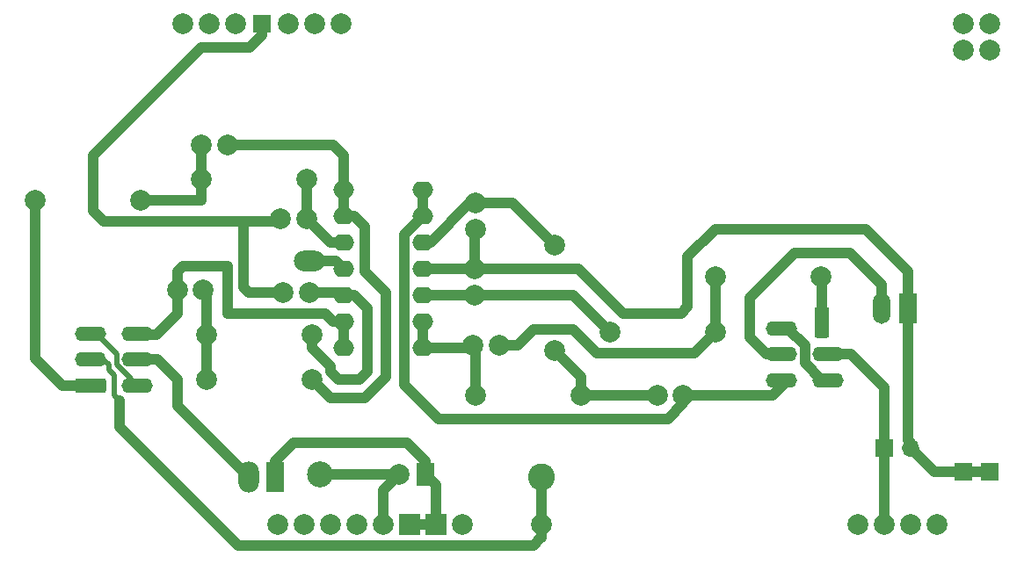
<source format=gbl>
%TF.GenerationSoftware,KiCad,Pcbnew,8.0.0-8.0.0-1~ubuntu22.04.1*%
%TF.CreationDate,2024-03-21T12:21:15-03:00*%
%TF.ProjectId,shield_filtro_v2,73686965-6c64-45f6-9669-6c74726f5f76,rev?*%
%TF.SameCoordinates,Original*%
%TF.FileFunction,Copper,L2,Bot*%
%TF.FilePolarity,Positive*%
%FSLAX46Y46*%
G04 Gerber Fmt 4.6, Leading zero omitted, Abs format (unit mm)*
G04 Created by KiCad (PCBNEW 8.0.0-8.0.0-1~ubuntu22.04.1) date 2024-03-21 12:21:15*
%MOMM*%
%LPD*%
G01*
G04 APERTURE LIST*
G04 Aperture macros list*
%AMRoundRect*
0 Rectangle with rounded corners*
0 $1 Rounding radius*
0 $2 $3 $4 $5 $6 $7 $8 $9 X,Y pos of 4 corners*
0 Add a 4 corners polygon primitive as box body*
4,1,4,$2,$3,$4,$5,$6,$7,$8,$9,$2,$3,0*
0 Add four circle primitives for the rounded corners*
1,1,$1+$1,$2,$3*
1,1,$1+$1,$4,$5*
1,1,$1+$1,$6,$7*
1,1,$1+$1,$8,$9*
0 Add four rect primitives between the rounded corners*
20,1,$1+$1,$2,$3,$4,$5,0*
20,1,$1+$1,$4,$5,$6,$7,0*
20,1,$1+$1,$6,$7,$8,$9,0*
20,1,$1+$1,$8,$9,$2,$3,0*%
G04 Aperture macros list end*
%TA.AperFunction,ComponentPad*%
%ADD10C,2.000000*%
%TD*%
%TA.AperFunction,ComponentPad*%
%ADD11R,2.000000X2.000000*%
%TD*%
%TA.AperFunction,ComponentPad*%
%ADD12RoundRect,0.250000X1.250000X-0.450000X1.250000X0.450000X-1.250000X0.450000X-1.250000X-0.450000X0*%
%TD*%
%TA.AperFunction,ComponentPad*%
%ADD13O,3.000000X1.400000*%
%TD*%
%TA.AperFunction,ComponentPad*%
%ADD14R,1.700000X3.000000*%
%TD*%
%TA.AperFunction,ComponentPad*%
%ADD15O,1.700000X3.000000*%
%TD*%
%TA.AperFunction,ComponentPad*%
%ADD16RoundRect,0.250000X-0.450000X1.250000X-0.450000X-1.250000X0.450000X-1.250000X0.450000X1.250000X0*%
%TD*%
%TA.AperFunction,ComponentPad*%
%ADD17R,1.700000X2.200000*%
%TD*%
%TA.AperFunction,ComponentPad*%
%ADD18R,1.700000X1.700000*%
%TD*%
%TA.AperFunction,ComponentPad*%
%ADD19O,1.700000X1.700000*%
%TD*%
%TA.AperFunction,ComponentPad*%
%ADD20C,2.600000*%
%TD*%
%TA.AperFunction,ComponentPad*%
%ADD21O,2.000000X3.000000*%
%TD*%
%TA.AperFunction,ComponentPad*%
%ADD22C,2.500000*%
%TD*%
%TA.AperFunction,ComponentPad*%
%ADD23R,1.727200X1.727200*%
%TD*%
%TA.AperFunction,ComponentPad*%
%ADD24O,3.000000X2.000000*%
%TD*%
%TA.AperFunction,ComponentPad*%
%ADD25O,2.000000X1.600000*%
%TD*%
%TA.AperFunction,Conductor*%
%ADD26C,0.500000*%
%TD*%
%TA.AperFunction,Conductor*%
%ADD27C,1.000000*%
%TD*%
G04 APERTURE END LIST*
D10*
%TO.P,,*%
%TO.N,*%
X194310000Y-64008000D03*
%TD*%
%TO.P,,*%
%TO.N,*%
X126746000Y-61468000D03*
%TD*%
D11*
%TO.P,,GND1,GND*%
%TO.N,GND*%
X140970000Y-109728000D03*
%TD*%
D12*
%TO.P,SW1,1,A*%
%TO.N,Net-(SW1A-A)*%
X107699500Y-96346500D03*
D13*
%TO.P,SW1,2,B*%
%TO.N,/A1*%
X107699500Y-93846500D03*
%TO.P,SW1,3,C*%
%TO.N,Net-(SW1A-C)*%
X107699500Y-91346500D03*
%TO.P,SW1,4,A*%
%TO.N,Net-(SW1B-A)*%
X112199500Y-91346500D03*
%TO.P,SW1,5,B*%
%TO.N,Net-(A1Filt1-Pin_2)*%
X112199500Y-93846500D03*
%TO.P,SW1,6,C*%
%TO.N,Net-(SW1A-C)*%
X112199500Y-96346500D03*
%TD*%
D10*
%TO.P,,*%
%TO.N,*%
X186690000Y-109728000D03*
%TD*%
%TO.P,C8,1*%
%TO.N,Net-(C8-Pad1)*%
X162326000Y-97282000D03*
%TO.P,C8,2*%
%TO.N,Net-(SW2B-A)*%
X164826000Y-97282000D03*
%TD*%
%TO.P,R6,1*%
%TO.N,Net-(U1C--)*%
X144780000Y-97282000D03*
%TO.P,R6,2*%
%TO.N,Net-(C8-Pad1)*%
X154940000Y-97282000D03*
%TD*%
%TO.P,,*%
%TO.N,*%
X191770000Y-64008000D03*
%TD*%
D14*
%TO.P,DAC1Filt1,1,Pin_1*%
%TO.N,GND*%
X186441000Y-88900000D03*
D15*
%TO.P,DAC1Filt1,2,Pin_2*%
%TO.N,Net-(DAC1Filt1-Pin_2)*%
X183901000Y-88900000D03*
%TD*%
D10*
%TO.P,,*%
%TO.N,*%
X133350000Y-109728000D03*
%TD*%
%TO.P,,*%
%TO.N,*%
X130810000Y-109728000D03*
%TD*%
%TO.P,R2,1*%
%TO.N,Net-(SW2A-A)*%
X178054000Y-85852000D03*
%TO.P,R2,2*%
%TO.N,Net-(C4-Pad1)*%
X167894000Y-85852000D03*
%TD*%
%TO.P,C1,1*%
%TO.N,Net-(U1A-+)*%
X128524000Y-80264000D03*
%TO.P,C1,2*%
%TO.N,GND*%
X126024000Y-80264000D03*
%TD*%
%TO.P,C3,1*%
%TO.N,Net-(C3-Pad1)*%
X118404000Y-73152000D03*
%TO.P,C3,2*%
%TO.N,Net-(U1A--)*%
X120904000Y-73152000D03*
%TD*%
%TO.P,,*%
%TO.N,*%
X143510000Y-109728000D03*
%TD*%
D16*
%TO.P,SW2,1,A*%
%TO.N,Net-(SW2A-A)*%
X178172500Y-90238500D03*
D13*
%TO.P,SW2,2,B*%
%TO.N,/DAC1*%
X178772500Y-93338500D03*
%TO.P,SW2,3,C*%
%TO.N,Net-(SW2A-C)*%
X178772500Y-95838500D03*
%TO.P,SW2,4,A*%
%TO.N,Net-(SW2B-A)*%
X174272500Y-95838500D03*
%TO.P,SW2,5,B*%
%TO.N,Net-(DAC1Filt1-Pin_2)*%
X174272500Y-93338500D03*
%TO.P,SW2,6,C*%
%TO.N,Net-(SW2A-C)*%
X174272500Y-90838500D03*
%TD*%
D10*
%TO.P,,*%
%TO.N,*%
X125730000Y-109728000D03*
%TD*%
%TO.P,,*%
%TO.N,*%
X135890000Y-109728000D03*
%TD*%
%TO.P,C5,1*%
%TO.N,Net-(U1B-+)*%
X128778000Y-87376000D03*
%TO.P,C5,2*%
%TO.N,GND*%
X126278000Y-87376000D03*
%TD*%
%TO.P,,*%
%TO.N,*%
X194310000Y-61468000D03*
%TD*%
%TO.P,R7,1*%
%TO.N,Net-(C7-Pad1)*%
X118872000Y-91440000D03*
%TO.P,R7,2*%
%TO.N,Net-(U1B-+)*%
X129032000Y-91440000D03*
%TD*%
%TO.P,,*%
%TO.N,*%
X128270000Y-109728000D03*
%TD*%
%TO.P,,*%
%TO.N,*%
X191770000Y-61468000D03*
%TD*%
%TO.P,R5,1*%
%TO.N,Net-(U1A--)*%
X129032000Y-95758000D03*
%TO.P,R5,2*%
%TO.N,Net-(C7-Pad1)*%
X118872000Y-95758000D03*
%TD*%
%TO.P,,*%
%TO.N,*%
X184150000Y-109728000D03*
%TD*%
%TO.P,R3,1*%
%TO.N,Net-(C3-Pad1)*%
X118364000Y-76454000D03*
%TO.P,R3,2*%
%TO.N,Net-(U1A-+)*%
X128524000Y-76454000D03*
%TD*%
D17*
%TO.P,Fuente +,1,Pin_1*%
%TO.N,GND*%
X139959000Y-104902000D03*
D10*
%TO.P,Fuente +,2,Pin_2*%
%TO.N,Vcc*%
X137419000Y-104902000D03*
%TD*%
%TO.P,,*%
%TO.N,*%
X189230000Y-109728000D03*
%TD*%
%TO.P,,*%
%TO.N,*%
X119126000Y-61468000D03*
%TD*%
%TO.P,,*%
%TO.N,*%
X116586000Y-61468000D03*
%TD*%
%TO.P,R4,1*%
%TO.N,Net-(C4-Pad1)*%
X167894000Y-91186000D03*
%TO.P,R4,2*%
%TO.N,Net-(U1C-+)*%
X157734000Y-91186000D03*
%TD*%
D18*
%TO.P,DAC1,1,Pin_1*%
%TO.N,/DAC1*%
X184150000Y-102362000D03*
D19*
%TO.P,DAC1,2,Pin_2*%
%TO.N,GND*%
X186690000Y-102362000D03*
%TD*%
D20*
%TO.P,A1,1,Pin_1*%
%TO.N,/A1*%
X151130000Y-105156000D03*
%TD*%
D10*
%TO.P,C6,1*%
%TO.N,Net-(U1D-+)*%
X144800000Y-78760000D03*
%TO.P,C6,2*%
%TO.N,GND*%
X144800000Y-81260000D03*
%TD*%
D14*
%TO.P,A1Filt1,1,Pin_1*%
%TO.N,GND*%
X125476000Y-105156000D03*
D21*
%TO.P,A1Filt1,2,Pin_2*%
%TO.N,Net-(A1Filt1-Pin_2)*%
X122936000Y-105156000D03*
%TD*%
D10*
%TO.P,,*%
%TO.N,*%
X131826000Y-61468000D03*
%TD*%
%TO.P,,*%
%TO.N,*%
X151130000Y-109728000D03*
%TD*%
%TO.P,,*%
%TO.N,*%
X181610000Y-109728000D03*
%TD*%
%TO.P,R1,1*%
%TO.N,Net-(SW1A-A)*%
X102362000Y-78486000D03*
%TO.P,R1,2*%
%TO.N,Net-(C3-Pad1)*%
X112522000Y-78486000D03*
%TD*%
D22*
%TO.P,Vcc,1*%
%TO.N,Vcc*%
X129794000Y-104902000D03*
%TD*%
D10*
%TO.P,R8,1*%
%TO.N,Net-(C8-Pad1)*%
X152400000Y-92964000D03*
%TO.P,R8,2*%
%TO.N,Net-(U1D-+)*%
X152400000Y-82804000D03*
%TD*%
D23*
%TO.P,,GND1,GND*%
%TO.N,GND*%
X191770000Y-104648000D03*
%TD*%
D10*
%TO.P,,*%
%TO.N,*%
X121666000Y-61468000D03*
%TD*%
%TO.P,C4,1*%
%TO.N,Net-(C4-Pad1)*%
X147066000Y-92456000D03*
%TO.P,C4,2*%
%TO.N,Net-(U1C--)*%
X144566000Y-92456000D03*
%TD*%
D24*
%TO.P,,1*%
%TO.N,Vcc*%
X128778000Y-84328000D03*
%TD*%
D23*
%TO.P,,GND1,GND*%
%TO.N,GND*%
X124206000Y-61468000D03*
%TD*%
D10*
%TO.P,C2,1*%
%TO.N,Net-(U1C-+)*%
X144760000Y-87610000D03*
%TO.P,C2,2*%
%TO.N,GND*%
X144760000Y-85110000D03*
%TD*%
%TO.P,,*%
%TO.N,*%
X129286000Y-61468000D03*
%TD*%
D11*
%TO.P,,GND1,GND*%
%TO.N,GND*%
X138430000Y-109728000D03*
%TD*%
D25*
%TO.P,U1,1*%
%TO.N,Net-(U1A--)*%
X132080000Y-77470000D03*
%TO.P,U1,2,-*%
X132080000Y-80010000D03*
%TO.P,U1,3,+*%
%TO.N,Net-(U1A-+)*%
X132080000Y-82550000D03*
%TO.P,U1,4,V+*%
%TO.N,Vcc*%
X132080000Y-85090000D03*
%TO.P,U1,5,+*%
%TO.N,Net-(U1B-+)*%
X132080000Y-87630000D03*
%TO.P,U1,6,-*%
%TO.N,Net-(SW1B-A)*%
X132080000Y-90170000D03*
%TO.P,U1,7*%
X132080000Y-92710000D03*
%TO.P,U1,8*%
%TO.N,Net-(U1C--)*%
X139700000Y-92710000D03*
%TO.P,U1,9,-*%
X139700000Y-90170000D03*
%TO.P,U1,10,+*%
%TO.N,Net-(U1C-+)*%
X139700000Y-87630000D03*
%TO.P,U1,11,V-*%
%TO.N,GND*%
X139700000Y-85090000D03*
%TO.P,U1,12,+*%
%TO.N,Net-(U1D-+)*%
X139700000Y-82550000D03*
%TO.P,U1,13,-*%
%TO.N,Net-(SW2B-A)*%
X139700000Y-80010000D03*
%TO.P,U1,14*%
X139700000Y-77470000D03*
%TD*%
D23*
%TO.P,,GND1,GND*%
%TO.N,GND*%
X194310000Y-104648000D03*
%TD*%
D10*
%TO.P,C7,1*%
%TO.N,Net-(C7-Pad1)*%
X118578000Y-87122000D03*
%TO.P,C7,2*%
%TO.N,Net-(SW1B-A)*%
X116078000Y-87122000D03*
%TD*%
D26*
%TO.N,/A1*%
X108959500Y-93846500D02*
X109474000Y-94361000D01*
X108299500Y-93846500D02*
X108959500Y-93846500D01*
X109982000Y-95377000D02*
X109982000Y-97282000D01*
D27*
X151130000Y-111041600D02*
X151130000Y-109728000D01*
X151086400Y-111041600D02*
X150371089Y-111756911D01*
X150371089Y-111756911D02*
X121916911Y-111756911D01*
D26*
X151130000Y-111041600D02*
X151086400Y-111041600D01*
X109474000Y-94869000D02*
X109982000Y-95377000D01*
D27*
X121916911Y-111756911D02*
X110490000Y-100330000D01*
D26*
X109982000Y-97282000D02*
X110490000Y-97790000D01*
X109474000Y-94361000D02*
X109474000Y-94869000D01*
D27*
X151130000Y-109728000D02*
X151130000Y-105156000D01*
X110490000Y-100330000D02*
X110490000Y-97790000D01*
%TO.N,GND*%
X123063000Y-63754000D02*
X124206000Y-62611000D01*
X138430000Y-109728000D02*
X140970000Y-109728000D01*
X154706000Y-85110000D02*
X144760000Y-85110000D01*
X140970000Y-105913000D02*
X139959000Y-104902000D01*
X165227000Y-88773000D02*
X164592000Y-89408000D01*
X107950000Y-79502000D02*
X107950000Y-74168000D01*
X108966000Y-80518000D02*
X107950000Y-79502000D01*
X139959000Y-104902000D02*
X139959000Y-103637000D01*
X122428000Y-80518000D02*
X108966000Y-80518000D01*
X186690000Y-102362000D02*
X186690000Y-101854000D01*
X186441000Y-88900000D02*
X186441000Y-85349000D01*
X182372000Y-81280000D02*
X167894000Y-81280000D01*
X188976000Y-104648000D02*
X191770000Y-104648000D01*
X125730000Y-80264000D02*
X126024000Y-80264000D01*
X144760000Y-81300000D02*
X144800000Y-81260000D01*
X126278000Y-87376000D02*
X122936000Y-87376000D01*
X165227000Y-83947000D02*
X165227000Y-88773000D01*
X124206000Y-62611000D02*
X124206000Y-61468000D01*
X186690000Y-102362000D02*
X188976000Y-104648000D01*
X167894000Y-81280000D02*
X165227000Y-83947000D01*
X164592000Y-89408000D02*
X159004000Y-89408000D01*
X159004000Y-89408000D02*
X154706000Y-85110000D01*
X138176000Y-101854000D02*
X127254000Y-101854000D01*
X122428000Y-86868000D02*
X122428000Y-80518000D01*
X125476000Y-103632000D02*
X125476000Y-105156000D01*
X107950000Y-74168000D02*
X118364000Y-63754000D01*
X186441000Y-101605000D02*
X186441000Y-88900000D01*
X118364000Y-63754000D02*
X123063000Y-63754000D01*
X122936000Y-87376000D02*
X122428000Y-86868000D01*
X139959000Y-103637000D02*
X138176000Y-101854000D01*
X139700000Y-85090000D02*
X144740000Y-85090000D01*
X186441000Y-85349000D02*
X182372000Y-81280000D01*
X144760000Y-85110000D02*
X144760000Y-81300000D01*
X191770000Y-104648000D02*
X194310000Y-104648000D01*
X127254000Y-101854000D02*
X125476000Y-103632000D01*
X140970000Y-109728000D02*
X140970000Y-105913000D01*
X126024000Y-80264000D02*
X125770000Y-80518000D01*
X125770000Y-80518000D02*
X122428000Y-80518000D01*
X144740000Y-85090000D02*
X144760000Y-85110000D01*
X186690000Y-101854000D02*
X186441000Y-101605000D01*
%TO.N,Net-(A1Filt1-Pin_2)*%
X122936000Y-105156000D02*
X116078000Y-98298000D01*
X116078000Y-95758000D02*
X114166500Y-93846500D01*
X116078000Y-98298000D02*
X116078000Y-95758000D01*
X114166500Y-93846500D02*
X111599500Y-93846500D01*
%TO.N,/DAC1*%
X184150000Y-109728000D02*
X184150000Y-96520000D01*
X184150000Y-96520000D02*
X180968500Y-93338500D01*
X180968500Y-93338500D02*
X178172500Y-93338500D01*
%TO.N,Vcc*%
X129794000Y-105156000D02*
X130048000Y-104902000D01*
X135890000Y-106431000D02*
X137419000Y-104902000D01*
X135890000Y-109728000D02*
X135890000Y-106431000D01*
X128778000Y-84328000D02*
X131318000Y-84328000D01*
X130048000Y-104902000D02*
X137419000Y-104902000D01*
X131318000Y-84328000D02*
X132080000Y-85090000D01*
%TO.N,Net-(U1A-+)*%
X130810000Y-82550000D02*
X128524000Y-80264000D01*
X132080000Y-82550000D02*
X130810000Y-82550000D01*
X128524000Y-80264000D02*
X128524000Y-76454000D01*
%TO.N,Net-(U1C-+)*%
X157734000Y-91186000D02*
X154178000Y-87630000D01*
X144760000Y-87610000D02*
X139720000Y-87610000D01*
X139720000Y-87610000D02*
X139700000Y-87630000D01*
X154178000Y-87630000D02*
X153162000Y-87630000D01*
X153142000Y-87610000D02*
X144760000Y-87610000D01*
X153162000Y-87630000D02*
X153142000Y-87610000D01*
%TO.N,Net-(C3-Pad1)*%
X112522000Y-78486000D02*
X118364000Y-78486000D01*
X118364000Y-78486000D02*
X118364000Y-73192000D01*
X118364000Y-73192000D02*
X118404000Y-73152000D01*
%TO.N,Net-(U1A--)*%
X134112000Y-85344000D02*
X134112000Y-81026000D01*
X132080000Y-77470000D02*
X132080000Y-80010000D01*
X133096000Y-80010000D02*
X132080000Y-80010000D01*
X132080000Y-77470000D02*
X132080000Y-74168000D01*
X131064000Y-73152000D02*
X120904000Y-73152000D01*
X134112000Y-97536000D02*
X136144000Y-95504000D01*
X136144000Y-95504000D02*
X136144000Y-87376000D01*
X134112000Y-81026000D02*
X133096000Y-80010000D01*
X129032000Y-95758000D02*
X130810000Y-97536000D01*
X130810000Y-97536000D02*
X134112000Y-97536000D01*
X132080000Y-74168000D02*
X131064000Y-73152000D01*
X136144000Y-87376000D02*
X134112000Y-85344000D01*
%TO.N,Net-(U1C--)*%
X139700000Y-90170000D02*
X139700000Y-92710000D01*
X139700000Y-92710000D02*
X144312000Y-92710000D01*
X144312000Y-92710000D02*
X144566000Y-92456000D01*
X144780000Y-92670000D02*
X144566000Y-92456000D01*
X144780000Y-97282000D02*
X144780000Y-92670000D01*
%TO.N,Net-(C4-Pad1)*%
X156464000Y-93218000D02*
X165862000Y-93218000D01*
X148844000Y-92456000D02*
X150368000Y-90932000D01*
X154178000Y-90932000D02*
X156464000Y-93218000D01*
X167894000Y-85852000D02*
X167894000Y-91186000D01*
X165862000Y-93218000D02*
X167894000Y-91186000D01*
X150368000Y-90932000D02*
X154178000Y-90932000D01*
X147066000Y-92456000D02*
X148844000Y-92456000D01*
%TO.N,Net-(U1B-+)*%
X134366000Y-88900000D02*
X134366000Y-94996000D01*
X133096000Y-87630000D02*
X134366000Y-88900000D01*
X131826000Y-87376000D02*
X132080000Y-87630000D01*
X129032000Y-92710000D02*
X129032000Y-91440000D01*
X128778000Y-87376000D02*
X131826000Y-87376000D01*
X131572000Y-95758000D02*
X130810000Y-94996000D01*
X130810000Y-94996000D02*
X130810000Y-94488000D01*
X130810000Y-94488000D02*
X129032000Y-92710000D01*
X134366000Y-94996000D02*
X133604000Y-95758000D01*
X132080000Y-87630000D02*
X133096000Y-87630000D01*
X133604000Y-95758000D02*
X131572000Y-95758000D01*
%TO.N,Net-(U1D-+)*%
X148356000Y-78760000D02*
X152400000Y-82804000D01*
X144252000Y-78760000D02*
X144800000Y-78760000D01*
X139700000Y-82550000D02*
X140462000Y-82550000D01*
X140462000Y-82550000D02*
X144252000Y-78760000D01*
X144800000Y-78760000D02*
X148356000Y-78760000D01*
%TO.N,Net-(C7-Pad1)*%
X118872000Y-87416000D02*
X118578000Y-87122000D01*
X118872000Y-91440000D02*
X118872000Y-95758000D01*
X118872000Y-91440000D02*
X118872000Y-87416000D01*
%TO.N,Net-(SW1B-A)*%
X116586000Y-84836000D02*
X116078000Y-85344000D01*
X130302000Y-89408000D02*
X120904000Y-89408000D01*
X116078000Y-85344000D02*
X116078000Y-87122000D01*
X132080000Y-90170000D02*
X132080000Y-92710000D01*
X120904000Y-84836000D02*
X116586000Y-84836000D01*
X112983000Y-91440000D02*
X112889500Y-91346500D01*
X116078000Y-89408000D02*
X114046000Y-91440000D01*
X120904000Y-89408000D02*
X120904000Y-84836000D01*
X114046000Y-91440000D02*
X112983000Y-91440000D01*
X131064000Y-90170000D02*
X130302000Y-89408000D01*
X112889500Y-91346500D02*
X111599500Y-91346500D01*
X116078000Y-87122000D02*
X116078000Y-89408000D01*
X132080000Y-90170000D02*
X131064000Y-90170000D01*
%TO.N,Net-(SW2B-A)*%
X137922000Y-96266000D02*
X141224000Y-99568000D01*
X173429000Y-97282000D02*
X164826000Y-97282000D01*
X164826000Y-98064000D02*
X164826000Y-97282000D01*
X163322000Y-99568000D02*
X164826000Y-98064000D01*
X137922000Y-81788000D02*
X137922000Y-96266000D01*
X139700000Y-80010000D02*
X137922000Y-81788000D01*
X141224000Y-99568000D02*
X163322000Y-99568000D01*
X139700000Y-77470000D02*
X139700000Y-80010000D01*
X174872500Y-95838500D02*
X173429000Y-97282000D01*
%TO.N,Net-(C8-Pad1)*%
X154940000Y-97282000D02*
X162326000Y-97282000D01*
X154940000Y-95504000D02*
X152400000Y-92964000D01*
X154940000Y-97282000D02*
X154940000Y-95504000D01*
%TO.N,Net-(DAC1Filt1-Pin_2)*%
X183901000Y-88900000D02*
X183901000Y-86619000D01*
X183901000Y-86619000D02*
X180848000Y-83566000D01*
X180848000Y-83566000D02*
X175514000Y-83566000D01*
X171196000Y-87884000D02*
X171196000Y-91694000D01*
X171196000Y-91694000D02*
X172840500Y-93338500D01*
X175514000Y-83566000D02*
X171196000Y-87884000D01*
X172840500Y-93338500D02*
X174872500Y-93338500D01*
%TO.N,Net-(SW1A-A)*%
X102362000Y-93726000D02*
X102362000Y-78232000D01*
X104982500Y-96346500D02*
X102362000Y-93726000D01*
X108299500Y-96346500D02*
X104982500Y-96346500D01*
%TO.N,Net-(SW2A-A)*%
X178172500Y-90838500D02*
X178172500Y-85970500D01*
X178172500Y-85970500D02*
X178054000Y-85852000D01*
D26*
%TO.N,Net-(SW1A-C)*%
X111599500Y-96346500D02*
X111599500Y-95724500D01*
X110249500Y-93296500D02*
X108299500Y-91346500D01*
X111599500Y-95724500D02*
X110249500Y-94374500D01*
X110249500Y-94374500D02*
X110249500Y-93296500D01*
D27*
%TO.N,Net-(SW2A-C)*%
X174872500Y-90838500D02*
X176530000Y-92496000D01*
X176530000Y-94196000D02*
X178172500Y-95838500D01*
X176530000Y-92496000D02*
X176530000Y-94196000D01*
%TD*%
M02*

</source>
